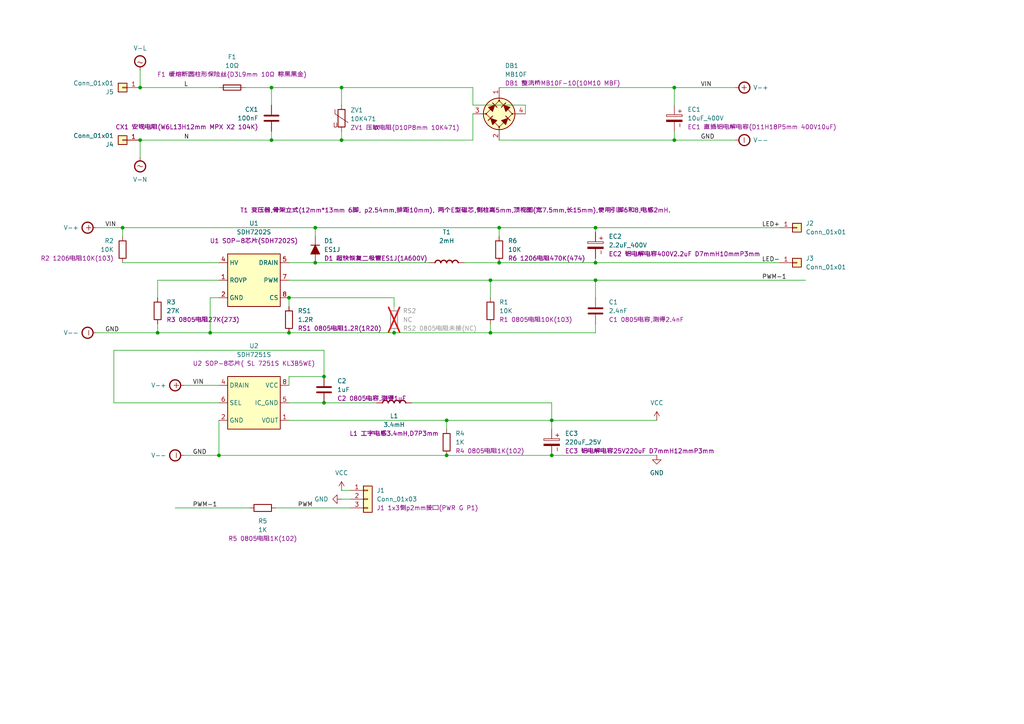
<source format=kicad_sch>
(kicad_sch (version 20250114) (generator "eeschema") (generator_version "9.0")
  (paper "A4")
  (lib_symbols
    (symbol "Connector_Generic:Conn_01x01" (pin_names (offset 1.016) (hide yes))
      (property "Reference" "J" (at 0 2.54 0))
      (property "Value" "Conn_01x01" (at 0 -2.54 0))
      (symbol "Conn_01x01_1_1"
        (rectangle (start -1.27 1.27) (end 1.27 -1.27) (stroke (width 0.254)) (fill (type background)))
        (rectangle (start -1.27 0.127) (end 0 -0.127) (stroke (width 0.1524)))
        (pin passive line (at -5.08 0 0) (length 3.81) (name "Pin_1") (number "1"))
      )
    )
    (symbol "Connector_Generic:Conn_01x03" (pin_names (offset 1.016) (hide yes))
      (property "Reference" "J" (at 0 5.08 0))
      (property "Value" "Conn_01x03" (at 0 -5.08 0))
      (symbol "Conn_01x03_1_1"
        (rectangle (start -1.27 3.81) (end 1.27 -3.81) (stroke (width 0.254)) (fill (type background)))
        (rectangle (start -1.27 2.667) (end 0 2.413) (stroke (width 0.1524)))
        (rectangle (start -1.27 0.127) (end 0 -0.127) (stroke (width 0.1524)))
        (rectangle (start -1.27 -2.413) (end 0 -2.667) (stroke (width 0.1524)))
        (pin passive line (at -5.08 2.54 0) (length 3.81) (name "Pin_1") (number "1"))
        (pin passive line (at -5.08 0 0) (length 3.81) (name "Pin_2") (number "2"))
        (pin passive line (at -5.08 -2.54 0) (length 3.81) (name "Pin_3") (number "3"))
      )
    )
    (symbol "Device:Fuse" (pin_numbers (hide yes)) (pin_names (offset 0))
      (property "Reference" "F" (at 2.032 0 90))
      (property "Value" "Fuse" (at -1.905 0 90))
      (symbol "Fuse_0_1"
        (rectangle (start -0.762 -2.54) (end 0.762 2.54) (stroke (width 0.254)))
        (polyline (pts (xy 0 2.54) (xy 0 -2.54)))
      )
      (symbol "Fuse_1_1"
        (pin passive line (at 0 3.81 270) (length 1.27) (name "~") (number "1"))
        (pin passive line (at 0 -3.81 90) (length 1.27) (name "~") (number "2"))
      )
    )
    (symbol "Device:Varistor" (pin_numbers (hide yes)) (pin_names (offset 0))
      (property "Reference" "RV" (at 3.175 0 90))
      (property "Value" "Varistor" (at -3.175 0 90))
      (symbol "Varistor_0_0"
        (text "U" (at -1.778 -2.032 0) (effects (font (size 1.27 1.27))))
      )
      (symbol "Varistor_0_1"
        (polyline (pts (xy -1.905 2.54) (xy -1.905 1.27) (xy 1.905 -1.27)))
        (rectangle (start -1.016 -2.54) (end 1.016 2.54) (stroke (width 0.254)))
      )
      (symbol "Varistor_1_1"
        (pin passive line (at 0 3.81 270) (length 1.27) (name "~") (number "1"))
        (pin passive line (at 0 -3.81 90) (length 1.27) (name "~") (number "2"))
      )
    )
    (symbol "Library:SDH7202S"
      (property "Reference" "U" (at 0 0 0))
      (property "Value" "SDH7202S" (at 0 0 0))
      (symbol "SDH7202S_0_1"
        (rectangle (start -7.62 7.62) (end 7.62 -7.62) (stroke (width 0.254)) (fill (type background)))
      )
      (symbol "SDH7202S_1_1"
        (pin power_in line (at -10.16 5.08 0) (length 2.54) (name "HV") (number "4"))
        (pin passive line (at -10.16 0 0) (length 2.54) (name "ROVP") (number "1"))
        (pin power_in line (at -10.16 -5.08 0) (length 2.54) (name "GND") (number "2"))
        (pin no_connect line (at -2.54 -2.54 0) (length 2.54) (hide yes) (name "NC") (number "3"))
        (pin no_connect line (at 2.54 -2.54 180) (length 2.54) (hide yes) (name "NC") (number "6"))
        (pin power_out line (at 10.16 5.08 180) (length 2.54) (name "DRAIN") (number "5"))
        (pin input line (at 10.16 0 180) (length 2.54) (name "PWM") (number "7"))
        (pin passive line (at 10.16 -5.08 180) (length 2.54) (name "CS") (number "8"))
      )
    )
    (symbol "PCM_Capacitor_AKL:C_0805" (pin_numbers (hide yes)) (pin_names (offset 0.254))
      (property "Reference" "C" (at 0.635 2.54 0))
      (property "Value" "C_0805" (at 0.635 -2.54 0))
      (symbol "C_0805_0_1"
        (polyline (pts (xy -2.032 0.762) (xy 2.032 0.762)) (stroke (width 0.508)))
        (polyline (pts (xy -2.032 -0.762) (xy 2.032 -0.762)) (stroke (width 0.508)))
      )
      (symbol "C_0805_0_2"
        (polyline (pts (xy -2.54 -2.54) (xy -0.381 -0.381)))
        (polyline (pts (xy -0.508 -0.508) (xy -1.651 0.635)) (stroke (width 0.508)))
        (polyline (pts (xy -0.508 -0.508) (xy 0.635 -1.651)) (stroke (width 0.508)))
        (polyline (pts (xy 0.381 0.381) (xy 2.54 2.54)))
        (polyline (pts (xy 0.508 0.508) (xy -0.635 1.651)) (stroke (width 0.508)))
        (polyline (pts (xy 0.508 0.508) (xy 1.651 -0.635)) (stroke (width 0.508)))
      )
      (symbol "C_0805_1_1"
        (pin passive line (at 0 3.81 270) (length 2.794) (name "~") (number "1"))
        (pin passive line (at 0 -3.81 90) (length 2.794) (name "~") (number "2"))
      )
      (symbol "C_0805_1_2"
        (pin passive line (at -2.54 -2.54 90) (length 0) (name "~") (number "2"))
        (pin passive line (at 2.54 2.54 270) (length 0) (name "~") (number "1"))
      )
    )
    (symbol "PCM_Capacitor_AKL:C_Rect_L13.0mm_W6.0mm_P10.00mm" (pin_numbers (hide yes)) (pin_names (offset 0.254))
      (property "Reference" "C" (at 0.635 2.54 0))
      (property "Value" "C_Rect_L13.0mm_W6.0mm_P10.00mm" (at 0.635 -2.54 0))
      (symbol "C_Rect_L13.0mm_W6.0mm_P10.00mm_0_1"
        (polyline (pts (xy -2.032 0.762) (xy 2.032 0.762)) (stroke (width 0.508)))
        (polyline (pts (xy -2.032 -0.762) (xy 2.032 -0.762)) (stroke (width 0.508)))
      )
      (symbol "C_Rect_L13.0mm_W6.0mm_P10.00mm_0_2"
        (polyline (pts (xy -2.54 -2.54) (xy -0.381 -0.381)))
        (polyline (pts (xy -0.508 -0.508) (xy -1.651 0.635)) (stroke (width 0.508)))
        (polyline (pts (xy -0.508 -0.508) (xy 0.635 -1.651)) (stroke (width 0.508)))
        (polyline (pts (xy 0.381 0.381) (xy 2.54 2.54)))
        (polyline (pts (xy 0.508 0.508) (xy -0.635 1.651)) (stroke (width 0.508)))
        (polyline (pts (xy 0.508 0.508) (xy 1.651 -0.635)) (stroke (width 0.508)))
      )
      (symbol "C_Rect_L13.0mm_W6.0mm_P10.00mm_1_1"
        (pin passive line (at 0 3.81 270) (length 2.794) (name "~") (number "1"))
        (pin passive line (at 0 -3.81 90) (length 2.794) (name "~") (number "2"))
      )
      (symbol "C_Rect_L13.0mm_W6.0mm_P10.00mm_1_2"
        (pin passive line (at -2.54 -2.54 90) (length 0) (name "~") (number "2"))
        (pin passive line (at 2.54 2.54 270) (length 0) (name "~") (number "1"))
      )
    )
    (symbol "PCM_Diode_AKL:ES1J" (pin_numbers (hide yes)) (pin_names (offset 1.016) (hide yes))
      (property "Reference" "D" (at 0 5.08 0))
      (property "Value" "ES1J" (at 0 2.54 0))
      (symbol "ES1J_0_1"
        (polyline (pts (xy -1.27 1.27) (xy -1.27 -1.27) (xy 1.27 0) (xy -1.27 1.27)) (stroke (width 0.254)) (fill (type outline)))
        (polyline (pts (xy -1.27 0) (xy 1.27 0)))
        (polyline (pts (xy 1.27 1.27) (xy 1.27 -1.27)) (stroke (width 0.254)))
      )
      (symbol "ES1J_0_2"
        (polyline (pts (xy -2.54 -2.54) (xy 2.54 2.54)))
        (polyline (pts (xy -0.889 -0.889) (xy -1.778 0) (xy 0.889 0.889) (xy 0 -1.778) (xy -0.889 -0.889)) (stroke (width 0.254)) (fill (type outline)))
        (polyline (pts (xy 0 1.778) (xy 1.778 0)) (stroke (width 0.254)))
      )
      (symbol "ES1J_1_1"
        (pin passive line (at -3.81 0 0) (length 2.54) (name "A") (number "2"))
        (pin passive line (at 3.81 0 180) (length 2.54) (name "K") (number "1"))
      )
      (symbol "ES1J_1_2"
        (pin passive line (at -2.54 -2.54 0) (length 0) (name "A") (number "2"))
        (pin passive line (at 2.54 2.54 180) (length 0) (name "K") (number "1"))
      )
    )
    (symbol "PCM_Diode_Bridge_AKL:MB10F" (pin_names (offset 1.016) (hide yes))
      (property "Reference" "D" (at 5.08 7.62 0))
      (property "Value" "MB10F" (at 5.08 5.08 0))
      (symbol "MB10F_0_1"
        (polyline (pts (xy -5.08 0) (xy -3.81 0)))
        (circle (center -3.81 0) (radius 0.1778) (fill (type outline)))
        (polyline (pts (xy -2.54 -1.27) (xy -1.905 -3.175) (xy -0.635 -1.905) (xy -2.54 -1.27)) (fill (type outline)))
        (polyline (pts (xy -1.905 3.175) (xy -0.635 1.905)) (stroke (width 0.254)))
        (polyline (pts (xy -1.905 -0.635) (xy -3.175 -1.905)) (stroke (width 0.254)))
        (polyline (pts (xy -1.27 2.54) (xy -1.905 0.635) (xy -3.175 1.905) (xy -1.27 2.54)) (fill (type outline)))
        (polyline (pts (xy 0 5.08) (xy 0 3.81)))
        (polyline (pts (xy 0 3.81) (xy -3.81 0) (xy 0 -3.81) (xy 3.81 0) (xy 0 3.81)))
        (circle (center 0 0) (radius 4.572) (stroke (width 0.254)) (fill (type background)))
        (polyline (pts (xy 0 -5.08) (xy 0 -3.81)))
        (polyline (pts (xy 1.27 2.54) (xy 3.175 1.905) (xy 1.905 0.635) (xy 1.27 2.54)) (fill (type outline)))
        (polyline (pts (xy 1.905 3.175) (xy 0.635 1.905)) (stroke (width 0.254)))
        (polyline (pts (xy 2.54 -1.27) (xy 0.635 -1.905) (xy 1.905 -3.175) (xy 2.54 -1.27)) (fill (type outline)))
        (polyline (pts (xy 3.175 -1.905) (xy 1.905 -0.635)) (stroke (width 0.254)))
        (polyline (pts (xy 5.08 0) (xy 3.81 0)))
      )
      (symbol "MB10F_1_1"
        (circle (center 0 3.81) (radius 0.1778) (fill (type outline)))
        (circle (center 0 -3.81) (radius 0.1778) (fill (type outline)))
        (circle (center 3.81 0) (radius 0.1778) (fill (type outline)))
        (pin passive line (at -7.62 0 0) (length 2.54) (name "1") (number "3"))
        (pin passive line (at 0 7.62 270) (length 2.54) (name "+") (number "1"))
        (pin passive line (at 0 -7.62 90) (length 2.54) (name "-") (number "2"))
        (pin passive line (at 7.62 0 180) (length 2.54) (name "2") (number "4"))
      )
    )
    (symbol "PCM_Elektuur:L" (pin_numbers (hide yes)) (pin_names (offset 0) (hide yes))
      (property "Reference" "L" (at 2.54 3.175 0))
      (property "Value" "L" (at 2.54 -3.175 0))
      (symbol "L_1_0"
        (arc (start 0 3.302) (mid 0.6604 2.5146) (end 0 1.7272) (stroke (width 0.254)))
        (arc (start 0 1.6256) (mid 0.6604 0.8382) (end 0 0.0508) (stroke (width 0.254)))
        (arc (start 0 -0.0508) (mid 0.6604 -0.8382) (end 0 -1.6256) (stroke (width 0.254)))
        (arc (start 0 -1.7272) (mid 0.6604 -2.5146) (end 0 -3.302) (stroke (width 0.254)))
        (arc (start 0 3.4036) (mid 0.762 2.5146) (end 0 1.6256) (stroke (width 0.254)))
        (arc (start 0 1.7272) (mid 0.762 0.8382) (end 0 -0.0508) (stroke (width 0.254)))
        (arc (start 0 0.0508) (mid 0.762 -0.8382) (end 0 -1.7272) (stroke (width 0.254)))
        (arc (start 0 -1.6256) (mid 0.762 -2.5146) (end 0 -3.4036) (stroke (width 0.254)))
        (polyline (pts (xy 0 3.5052) (xy 0 3.302)) (stroke (width 0.254)))
        (polyline (pts (xy 0 1.7272) (xy 0 1.6256)) (stroke (width 0.254)))
        (polyline (pts (xy 0 0.0508) (xy 0 -0.0508)) (stroke (width 0.254)))
        (polyline (pts (xy 0 -1.6256) (xy 0 -1.7272)) (stroke (width 0.254)))
        (polyline (pts (xy 0 -3.302) (xy 0 -3.5052)) (stroke (width 0.254)))
        (pin passive line (at 0 5.08 270) (length 1.5748) (name "+") (number "1"))
        (pin passive line (at 0 -5.08 90) (length 1.5748) (name "-") (number "2"))
      )
      (symbol "L_1_2"
        (rectangle (start 1.524 3.3782) (end 1.9812 -3.3782) (stroke (width 0.254)) (fill (type outline)))
      )
      (symbol "L_1_3"
        (rectangle (start 1.524 3.0988) (end 1.9812 1.9304) (stroke (width 0.254)) (fill (type outline)))
        (rectangle (start 1.524 1.4224) (end 1.9812 0.254) (stroke (width 0.254)) (fill (type outline)))
        (rectangle (start 1.524 -0.254) (end 1.9812 -1.4224) (stroke (width 0.254)) (fill (type outline)))
        (rectangle (start 1.524 -1.9304) (end 1.9812 -3.0988) (stroke (width 0.254)) (fill (type outline)))
      )
    )
    (symbol "PCM_Elektuur:V-+" (power) (pin_numbers (hide yes)) (pin_names (offset 1.27) (hide yes))
      (symbol "V-+_1_0"
        (pin power_in line (at 0 0 0) (length 0) (hide yes) (name "+") (number "0"))
      )
      (symbol "V-+_1_1"
        (polyline (pts (xy 0 -0.889) (xy 0 0)))
        (circle (center 0 -2.54) (radius 1.6002) (stroke (width 0.3556)))
        (text "+" (at 0 -2.3368 0) (effects (font (size 1.8542 1.8542))))
      )
      (symbol "V-+_1_2"
        (circle (center -2.54 0) (radius 1.6002) (stroke (width 0.3556)))
        (polyline (pts (xy -0.889 0) (xy 0 0)))
        (text "+" (at -2.54 0.2032 0) (effects (font (size 1.8542 1.8542))))
      )
    )
    (symbol "PCM_Elektuur:V--" (power) (pin_numbers (hide yes)) (pin_names (offset 1.27) (hide yes))
      (symbol "V--_1_0"
        (pin power_in line (at 0 0 0) (length 0) (hide yes) (name "-") (number "0"))
      )
      (symbol "V--_1_1"
        (polyline (pts (xy 0 -0.889) (xy 0 0)))
        (circle (center 0 -2.54) (radius 1.6002) (stroke (width 0.3556)))
        (text "-" (at 0 -2.3368 0) (effects (font (size 1.8542 1.8542))))
      )
      (symbol "V--_1_2"
        (circle (center -2.54 0) (radius 1.6002) (stroke (width 0.3556)))
        (polyline (pts (xy -0.889 0) (xy 0 0)))
        (text "-" (at -2.54 0.2032 0) (effects (font (size 1.8542 1.8542))))
      )
    )
    (symbol "PCM_Elektuur:V-L" (power) (pin_numbers (hide yes)) (pin_names (offset 1.27) (hide yes))
      (symbol "V-L_1_0"
        (pin power_in line (at 0 0 0) (length 0) (hide yes) (name "L") (number "0"))
      )
      (symbol "V-L_1_1"
        (polyline (pts (xy 0 -0.889) (xy 0 0)))
        (circle (center 0 -2.54) (radius 1.6002) (stroke (width 0.3556)))
        (text "∼" (at 0 -2.3368 0) (effects (font (size 1.8542 1.8542))))
      )
      (symbol "V-L_1_2"
        (circle (center -2.54 0) (radius 1.6002) (stroke (width 0.3556)))
        (polyline (pts (xy -0.889 0) (xy 0 0)))
        (text "∼" (at -2.54 0.2032 0) (effects (font (size 1.8542 1.8542))))
      )
    )
    (symbol "PCM_Elektuur:V-N" (power) (pin_numbers (hide yes)) (pin_names (offset 1.27) (hide yes))
      (symbol "V-N_1_0"
        (pin power_in line (at 0 0 0) (length 0) (hide yes) (name "N") (number "0"))
      )
      (symbol "V-N_1_1"
        (polyline (pts (xy 0 -0.889) (xy 0 0)))
        (circle (center 0 -2.54) (radius 1.6002) (stroke (width 0.3556)))
        (text "∼" (at 0 -2.3368 0) (effects (font (size 1.8542 1.8542))))
      )
      (symbol "V-N_1_2"
        (circle (center -2.54 0) (radius 1.6002) (stroke (width 0.3556)))
        (polyline (pts (xy -0.889 0) (xy 0 0)))
        (text "∼" (at -2.54 0.2032 0) (effects (font (size 1.8542 1.8542))))
      )
    )
    (symbol "PCM_Resistor_AKL:R_0805" (pin_numbers (hide yes)) (pin_names (offset 0))
      (property "Reference" "R" (at 2.54 1.27 0))
      (property "Value" "R_0805" (at 2.54 -1.27 0))
      (symbol "R_0805_0_1"
        (rectangle (start -1.016 2.54) (end 1.016 -2.54) (stroke (width 0.254)))
      )
      (symbol "R_0805_0_2"
        (polyline (pts (xy -2.54 -2.54) (xy -1.524 -1.524)))
        (polyline (pts (xy 1.524 1.524) (xy 2.54 2.54)))
        (polyline (pts (xy 1.524 1.524) (xy 0.889 2.159) (xy -2.159 -0.889) (xy -0.889 -2.159) (xy 2.159 0.889) (xy 1.524 1.524)) (stroke (width 0.254)))
      )
      (symbol "R_0805_1_1"
        (pin passive line (at 0 3.81 270) (length 1.27) (name "~") (number "1"))
        (pin passive line (at 0 -3.81 90) (length 1.27) (name "~") (number "2"))
      )
      (symbol "R_0805_1_2"
        (pin passive line (at -2.54 -2.54 0) (length 0) (name "") (number "2"))
        (pin passive line (at 2.54 2.54 180) (length 0) (name "") (number "1"))
      )
    )
    (symbol "PCM_Resistor_AKL:R_1206" (pin_numbers (hide yes)) (pin_names (offset 0))
      (property "Reference" "R" (at 2.54 1.27 0))
      (property "Value" "R_1206" (at 2.54 -1.27 0))
      (symbol "R_1206_0_1"
        (rectangle (start -1.016 2.54) (end 1.016 -2.54) (stroke (width 0.254)))
      )
      (symbol "R_1206_0_2"
        (polyline (pts (xy -2.54 -2.54) (xy -1.524 -1.524)))
        (polyline (pts (xy 1.524 1.524) (xy 2.54 2.54)))
        (polyline (pts (xy 1.524 1.524) (xy 0.889 2.159) (xy -2.159 -0.889) (xy -0.889 -2.159) (xy 2.159 0.889) (xy 1.524 1.524)) (stroke (width 0.254)))
      )
      (symbol "R_1206_1_1"
        (pin passive line (at 0 3.81 270) (length 1.27) (name "~") (number "1"))
        (pin passive line (at 0 -3.81 90) (length 1.27) (name "~") (number "2"))
      )
      (symbol "R_1206_1_2"
        (pin passive line (at -2.54 -2.54 0) (length 0) (name "") (number "2"))
        (pin passive line (at 2.54 2.54 180) (length 0) (name "") (number "1"))
      )
    )
    (symbol "PCM_SL_Capacitors:10uF_400V"
      (property "Reference" "C" (at 0 7.62 0))
      (property "Value" "10uF_400V" (at 0 5.08 0))
      (symbol "10uF_400V_0_0"
        (text "+" (at -2.032 1.524 0) (effects (font (size 1.27 1.27))))
        (text "-" (at 2.032 1.524 0) (effects (font (size 1.27 1.27))))
      )
      (symbol "10uF_400V_0_1"
        (rectangle (start -1.016 -2.286) (end -0.508 2.286))
        (rectangle (start 0.508 -2.286) (end 1.016 2.286) (fill (type outline)))
      )
      (symbol "10uF_400V_1_1"
        (pin passive line (at -3.81 0 0) (length 2.7) (name "~") (number "1"))
        (pin input line (at 3.81 0 180) (length 2.7) (name "~") (number "2"))
      )
    )
    (symbol "PCM_SL_Capacitors:2.2uF_400V"
      (property "Reference" "C" (at 0 7.62 0))
      (property "Value" "2.2uF_400V" (at 0 5.08 0))
      (symbol "2.2uF_400V_0_0"
        (text "+" (at -2.032 1.524 0) (effects (font (size 1.27 1.27))))
        (text "-" (at 2.032 1.524 0) (effects (font (size 1.27 1.27))))
      )
      (symbol "2.2uF_400V_0_1"
        (rectangle (start -1.016 -2.286) (end -0.508 2.286))
        (rectangle (start 0.508 -2.286) (end 1.016 2.286) (fill (type outline)))
      )
      (symbol "2.2uF_400V_1_1"
        (pin passive line (at -3.81 0 0) (length 2.7) (name "~") (number "1"))
        (pin input line (at 3.81 0 180) (length 2.7) (name "~") (number "2"))
      )
    )
    (symbol "PCM_SL_Capacitors:220uF_25V"
      (property "Reference" "C" (at 0 7.62 0))
      (property "Value" "220uF_25V" (at 0 5.08 0))
      (symbol "220uF_25V_0_0"
        (text "+" (at -2.032 1.524 0) (effects (font (size 1.27 1.27))))
        (text "-" (at 2.032 1.524 0) (effects (font (size 1.27 1.27))))
      )
      (symbol "220uF_25V_0_1"
        (rectangle (start -1.016 -2.286) (end -0.508 2.286))
        (rectangle (start 0.508 -2.286) (end 1.016 2.286) (fill (type outline)))
      )
      (symbol "220uF_25V_1_1"
        (pin passive line (at -3.81 0 0) (length 2.7) (name "~") (number "1"))
        (pin input line (at 3.81 0 180) (length 2.7) (name "~") (number "2"))
      )
    )
    (symbol "SDH7251S_1"
      (property "Reference" "U" (at 0 0 0))
      (property "Value" "SDH7251S" (at 0 0 0))
      (symbol "SDH7251S_1_0_1"
        (rectangle (start -7.62 7.62) (end 7.62 -7.62) (stroke (width 0.254)) (fill (type background)))
      )
      (symbol "SDH7251S_1_1_1"
        (pin power_in line (at -10.16 5.08 0) (length 2.54) (name "DRAIN") (number "4"))
        (pin input line (at -10.16 0 0) (length 2.54) (name "SEL") (number "6"))
        (pin power_in line (at -10.16 -5.08 0) (length 2.54) (name "GND") (number "2"))
        (pin no_connect line (at -5.08 -2.54 0) (length 2.54) (hide yes) (name "NC") (number "3"))
        (pin no_connect line (at -5.08 -2.54 0) (length 2.54) (hide yes) (name "NC") (number "7"))
        (pin passive line (at 10.16 5.08 180) (length 2.54) (name "VCC") (number "8"))
        (pin power_out line (at 10.16 0 180) (length 2.54) (name "IC_GND") (number "5"))
        (pin power_out line (at 10.16 -5.08 180) (length 2.54) (name "VOUT") (number "1"))
      )
    )
    (symbol "power:GND" (power) (pin_numbers (hide yes)) (pin_names (offset 0) (hide yes))
      (property "Value" "GND" (at 0 -3.81 0))
      (symbol "GND_0_1"
        (polyline (pts (xy 0 0) (xy 0 -1.27) (xy 1.27 -1.27) (xy 0 -2.54) (xy -1.27 -1.27) (xy 0 -1.27)))
      )
      (symbol "GND_1_1"
        (pin power_in line (at 0 0 270) (length 0) (name "~") (number "1"))
      )
    )
    (symbol "power:VCC" (power) (pin_numbers (hide yes)) (pin_names (offset 0) (hide yes))
      (property "Value" "VCC" (at 0 3.556 0))
      (symbol "VCC_0_1"
        (polyline (pts (xy -0.762 1.27) (xy 0 2.54)))
        (polyline (pts (xy 0 2.54) (xy 0.762 1.27)))
        (polyline (pts (xy 0 0) (xy 0 2.54)))
      )
      (symbol "VCC_1_1"
        (pin power_in line (at 0 0 90) (length 0) (name "~") (number "1"))
      )
    )
  )
  (junction (at 35.56 66.04))
  (junction (at 195.58 40.64))
  (junction (at 83.82 86.36))
  (junction (at 160.02 132.08))
  (junction (at 144.78 76.2))
  (junction (at 144.78 66.04))
  (junction (at 114.3 96.52))
  (junction (at 99.06 25.4))
  (junction (at 78.74 40.64))
  (junction (at 83.82 96.52))
  (junction (at 99.06 40.64))
  (junction (at 142.24 81.28))
  (junction (at 172.72 76.2))
  (junction (at 129.54 121.92))
  (junction (at 91.44 76.2))
  (junction (at 91.44 66.04))
  (junction (at 40.64 40.64))
  (junction (at 172.72 81.28))
  (junction (at 40.64 25.4))
  (junction (at 60.96 96.52))
  (junction (at 129.54 132.08))
  (junction (at 93.98 109.22))
  (junction (at 93.98 116.84))
  (junction (at 45.72 96.52))
  (junction (at 160.02 121.92))
  (junction (at 195.58 25.4))
  (junction (at 172.72 66.04))
  (junction (at 78.74 25.4))
  (junction (at 142.24 96.52))
  (junction (at 63.5 132.08))
  (wire (pts (xy 172.72 93.98) (xy 172.72 96.52)))
  (wire (pts (xy 129.54 132.08) (xy 160.02 132.08)))
  (wire (pts (xy 144.78 66.04) (xy 144.78 68.58)))
  (wire (pts (xy 129.54 121.92) (xy 129.54 124.46)))
  (wire (pts (xy 195.58 38.1) (xy 195.58 40.64)))
  (wire (pts (xy 78.74 25.4) (xy 78.74 30.48)))
  (wire (pts (xy 27.94 96.52) (xy 45.72 96.52)))
  (wire (pts (xy 35.56 66.04) (xy 91.44 66.04)))
  (wire (pts (xy 50.8 147.32) (xy 72.39 147.32)))
  (wire (pts (xy 83.82 81.28) (xy 142.24 81.28)))
  (wire (pts (xy 172.72 96.52) (xy 142.24 96.52)))
  (wire (pts (xy 45.72 81.28) (xy 45.72 86.36)))
  (wire (pts (xy 83.82 76.2) (xy 91.44 76.2)))
  (wire (pts (xy 233.68 81.28) (xy 172.72 81.28)))
  (wire (pts (xy 137.16 33.02) (xy 137.16 40.64)))
  (wire (pts (xy 152.4 30.48) (xy 152.4 33.02)))
  (wire (pts (xy 160.02 121.92) (xy 190.5 121.92)))
  (wire (pts (xy 33.02 116.84) (xy 63.5 116.84)))
  (wire (pts (xy 93.98 116.84) (xy 109.22 116.84)))
  (wire (pts (xy 99.06 40.64) (xy 137.16 40.64)))
  (wire (pts (xy 99.06 144.78) (xy 101.6 144.78)))
  (wire (pts (xy 35.56 68.58) (xy 35.56 66.04)))
  (wire (pts (xy 195.58 25.4) (xy 213.36 25.4)))
  (wire (pts (xy 134.62 76.2) (xy 144.78 76.2)))
  (wire (pts (xy 144.78 25.4) (xy 195.58 25.4)))
  (wire (pts (xy 80.01 147.32) (xy 101.6 147.32)))
  (wire (pts (xy 60.96 86.36) (xy 63.5 86.36)))
  (wire (pts (xy 137.16 30.48) (xy 152.4 30.48)))
  (wire (pts (xy 172.72 76.2) (xy 226.06 76.2)))
  (wire (pts (xy 172.72 74.93) (xy 172.72 76.2)))
  (wire (pts (xy 83.82 111.76) (xy 83.82 109.22)))
  (wire (pts (xy 83.82 121.92) (xy 129.54 121.92)))
  (wire (pts (xy 142.24 81.28) (xy 142.24 86.36)))
  (wire (pts (xy 144.78 40.64) (xy 195.58 40.64)))
  (wire (pts (xy 172.72 66.04) (xy 172.72 67.31)))
  (wire (pts (xy 144.78 76.2) (xy 172.72 76.2)))
  (wire (pts (xy 33.02 116.84) (xy 33.02 101.6)))
  (wire (pts (xy 142.24 81.28) (xy 172.72 81.28)))
  (wire (pts (xy 172.72 66.04) (xy 226.06 66.04)))
  (wire (pts (xy 35.56 76.2) (xy 63.5 76.2)))
  (wire (pts (xy 129.54 121.92) (xy 160.02 121.92)))
  (wire (pts (xy 45.72 96.52) (xy 60.96 96.52)))
  (wire (pts (xy 40.64 40.64) (xy 78.74 40.64)))
  (wire (pts (xy 63.5 132.08) (xy 129.54 132.08)))
  (wire (pts (xy 83.82 86.36) (xy 114.3 86.36)))
  (wire (pts (xy 99.06 142.24) (xy 101.6 142.24)))
  (wire (pts (xy 83.82 109.22) (xy 93.98 109.22)))
  (wire (pts (xy 83.82 86.36) (xy 83.82 88.9)))
  (wire (pts (xy 91.44 66.04) (xy 91.44 68.58)))
  (wire (pts (xy 160.02 121.92) (xy 160.02 124.46)))
  (wire (pts (xy 83.82 116.84) (xy 93.98 116.84)))
  (wire (pts (xy 27.94 66.04) (xy 35.56 66.04)))
  (wire (pts (xy 53.34 132.08) (xy 63.5 132.08)))
  (wire (pts (xy 63.5 121.92) (xy 63.5 132.08)))
  (wire (pts (xy 99.06 38.1) (xy 99.06 40.64)))
  (wire (pts (xy 99.06 25.4) (xy 137.16 25.4)))
  (wire (pts (xy 160.02 132.08) (xy 190.5 132.08)))
  (wire (pts (xy 142.24 93.98) (xy 142.24 96.52)))
  (wire (pts (xy 114.3 86.36) (xy 114.3 88.9)))
  (wire (pts (xy 160.02 116.84) (xy 119.38 116.84)))
  (wire (pts (xy 195.58 25.4) (xy 195.58 30.48)))
  (wire (pts (xy 91.44 66.04) (xy 144.78 66.04)))
  (wire (pts (xy 99.06 25.4) (xy 99.06 30.48)))
  (wire (pts (xy 93.98 101.6) (xy 93.98 109.22)))
  (wire (pts (xy 53.34 111.76) (xy 63.5 111.76)))
  (wire (pts (xy 91.44 76.2) (xy 124.46 76.2)))
  (wire (pts (xy 78.74 38.1) (xy 78.74 40.64)))
  (wire (pts (xy 78.74 40.64) (xy 99.06 40.64)))
  (wire (pts (xy 83.82 96.52) (xy 60.96 96.52)))
  (wire (pts (xy 45.72 93.98) (xy 45.72 96.52)))
  (wire (pts (xy 144.78 66.04) (xy 172.72 66.04)))
  (wire (pts (xy 40.64 25.4) (xy 63.5 25.4)))
  (wire (pts (xy 160.02 116.84) (xy 160.02 121.92)))
  (wire (pts (xy 60.96 86.36) (xy 60.96 96.52)))
  (wire (pts (xy 83.82 96.52) (xy 114.3 96.52)))
  (wire (pts (xy 40.64 20.32) (xy 40.64 25.4)))
  (wire (pts (xy 137.16 25.4) (xy 137.16 30.48)))
  (wire (pts (xy 40.64 45.72) (xy 40.64 40.64)))
  (wire (pts (xy 172.72 81.28) (xy 172.72 86.36)))
  (wire (pts (xy 33.02 101.6) (xy 93.98 101.6)))
  (wire (pts (xy 142.24 96.52) (xy 114.3 96.52)))
  (wire (pts (xy 63.5 81.28) (xy 45.72 81.28)))
  (wire (pts (xy 195.58 40.64) (xy 213.36 40.64)))
  (wire (pts (xy 78.74 25.4) (xy 99.06 25.4)))
  (wire (pts (xy 71.12 25.4) (xy 78.74 25.4)))
  (label "VIN" (at 30.48 66.04 0))
  (label "PWM" (at 86.36 147.32 0))
  (label "L" (at 53.34 25.4 0))
  (label "LED-" (at 220.98 76.2 0))
  (label "GND" (at 203.2 40.64 0))
  (label "GND" (at 55.88 132.08 0))
  (label "N" (at 53.34 40.64 0))
  (label "LED+" (at 220.98 66.04 0))
  (label "PWM-1" (at 55.88 147.32 0))
  (label "PWM-1" (at 220.98 81.28 0))
  (label "GND" (at 30.48 96.52 0))
  (label "VIN" (at 203.2 25.4 0))
  (label "VIN" (at 55.88 111.76 0))
  (symbol (lib_id "power:VCC") (at 190.5 121.92 0) (unit 1)
    (property "Reference" "#PWR010" (effects (hide yes)))
    (property "Value" "VCC" (at 190.5 116.84 0))
    (property "Description" "Power symbol creates a global label with name \"VCC\"" (effects (hide yes)))
  )
  (symbol (lib_id "PCM_SL_Capacitors:220uF_25V") (at 160.02 128.27 270) (unit 1)
    (property "Reference" "EC3" (at 163.83 125.7299 90) (effects (justify left)))
    (property "Value" "220uF_25V" (at 163.83 128.2699 90) (effects (justify left)))
    (property "Footprint" "Capacitor_THT:CP_Radial_D6.3mm_P2.50mm" (effects (hide yes)))
    (property "Description" "220uF, 25V Electrolytic Capacitor" (effects (hide yes)))
    (property "MS" "EC3 铝电解电容25V220uF D7mmH12mmP3mm" (at 163.83 130.8099 90) (effects (justify left)))
  )
  (symbol (lib_id "PCM_Resistor_AKL:R_0805") (at 114.3 92.71 0) (unit 1) (dnp yes)
    (property "Reference" "RS2" (at 116.84 90.1699 0) (effects (justify left)))
    (property "Value" "NC" (at 116.84 92.7099 0) (effects (justify left)))
    (property "Footprint" "PCM_Resistor_SMD_AKL:R_0805_2012Metric" (effects (hide yes)))
    (property "Description" "SMD 0805 Chip Resistor, European Symbol, Alternate KiCad Library" (effects (hide yes)))
    (property "MS" "RS2 0805电阻未接(NC)" (at 116.84 95.2499 0) (effects (justify left)))
  )
  (symbol (lib_id "PCM_Elektuur:V--") (at 53.34 132.08 270) (unit 1)
    (property "Reference" "#PWR08" (effects (hide yes)))
    (property "Value" "V--" (at 48.26 132.0799 90) (effects (justify right)))
    (property "Description" "negative potential/voltage (global DC power supply node/conductor -)" (effects (hide yes)))
  )
  (symbol (lib_id "Library:SDH7202S") (at 73.66 81.28 0) (unit 1)
    (property "Reference" "U1" (at 73.66 64.77 0))
    (property "Value" "SDH7202S" (at 73.66 67.31 0))
    (property "Footprint" "Package_SO:SOP-8_3.9x4.9mm_P1.27mm" (effects (hide yes)))
    (property "Datasheet" "https://www.silan.com.cn/index.php/product/details/2341.html" (effects (hide yes)))
    (property "Description" "SOP-8 LED驱动 1%-100%的调光范围 ±5%输出电流精度 PWM调光" (effects (hide yes)))
    (property "MS" "U1 SOP-8芯片(SDH7202S)" (at 73.66 69.85 0))
  )
  (symbol (lib_id "PCM_SL_Capacitors:2.2uF_400V") (at 172.72 71.12 270) (unit 1)
    (property "Reference" "EC2" (at 176.53 68.5799 90) (effects (justify left)))
    (property "Value" "2.2uF_400V" (at 176.53 71.1199 90) (effects (justify left)))
    (property "Footprint" "Capacitor_THT:CP_Radial_D6.3mm_P2.50mm" (effects (hide yes)))
    (property "Description" "2.2uF, 400V Electrolytic Capacitor" (effects (hide yes)))
    (property "MS" "EC2 铝电解电容400V2.2uF D7mmH10mmP3mm" (at 176.53 73.6599 90) (effects (justify left)))
  )
  (symbol (lib_id "PCM_Resistor_AKL:R_0805") (at 129.54 128.27 0) (unit 1)
    (property "Reference" "R4" (at 132.08 125.7299 0) (effects (justify left)))
    (property "Value" "1K" (at 132.08 128.2699 0) (effects (justify left)))
    (property "Footprint" "PCM_Resistor_SMD_AKL:R_0805_2012Metric" (effects (hide yes)))
    (property "Description" "SMD 0805 Chip Resistor, European Symbol, Alternate KiCad Library" (effects (hide yes)))
    (property "MS" "R4 0805电阻1K(102)" (at 132.08 130.8099 0) (effects (justify left)))
  )
  (symbol (lib_id "PCM_Resistor_AKL:R_0805") (at 76.2 147.32 270) (unit 1)
    (property "Reference" "R5" (at 76.2 151.13 90))
    (property "Value" "1K" (at 76.2 153.67 90))
    (property "Footprint" "PCM_Resistor_SMD_AKL:R_0805_2012Metric" (effects (hide yes)))
    (property "Description" "SMD 0805 Chip Resistor, European Symbol, Alternate KiCad Library" (effects (hide yes)))
    (property "MS" "R5 0805电阻1K(102)" (at 76.2 156.21 90))
  )
  (symbol (lib_name "SDH7251S_1") (lib_id "Library:SDH7251S") (at 73.66 116.84 0) (unit 1)
    (property "Reference" "U2" (at 73.66 100.33 0))
    (property "Value" "SDH7251S" (at 73.66 102.87 0))
    (property "Footprint" "Package_SO:SOP-8_3.9x4.9mm_P1.27mm" (effects (hide yes)))
    (property "Datasheet" "https://www.silan.com.cn/index.php/product/details/2416.html" (effects (hide yes)))
    (property "Description" "SOP-8 PWM功率开关 85Vac~265Vac全电压输入 低待机功耗<20mW 3.3V或5V输出电压可选" (effects (hide yes)))
    (property "MS" "U2 SOP-8芯片( SL 7251S KL3B5WE)" (at 73.66 105.41 0))
  )
  (symbol (lib_id "PCM_Elektuur:V--") (at 213.36 40.64 90) (unit 1)
    (property "Reference" "#PWR04" (effects (hide yes)))
    (property "Value" "V--" (at 218.44 40.6399 90) (effects (justify right)))
    (property "Description" "negative potential/voltage (global DC power supply node/conductor -)" (effects (hide yes)))
  )
  (symbol (lib_id "PCM_SL_Capacitors:10uF_400V") (at 195.58 34.29 270) (unit 1)
    (property "Reference" "EC1" (at 199.39 31.7499 90) (effects (justify left)))
    (property "Value" "10uF_400V" (at 199.39 34.2899 90) (effects (justify left)))
    (property "Footprint" "Capacitor_THT:CP_Radial_D10.0mm_P5.00mm" (effects (hide yes)))
    (property "Description" "10uF, 400V Electrolytic Capacitor" (effects (hide yes)))
    (property "MS" "EC1 直插铝电解电容(D11H18P5mm 400V10uF)" (at 199.39 36.8299 90) (effects (justify left)))
  )
  (symbol (lib_id "PCM_Capacitor_AKL:C_0805") (at 172.72 90.17 0) (unit 1)
    (property "Reference" "C1" (at 176.53 87.6299 0) (effects (justify left)))
    (property "Value" "2.4nF" (at 176.53 90.1699 0) (effects (justify left)))
    (property "Footprint" "PCM_Capacitor_SMD_AKL:C_0805_2012Metric" (effects (hide yes)))
    (property "Description" "SMD 0805 MLCC capacitor, Alternate KiCad Library" (effects (hide yes)))
    (property "MS" "C1 0805电容,测得2.4nF" (at 176.53 92.7099 0) (effects (justify left)))
  )
  (symbol (lib_id "PCM_Resistor_AKL:R_0805") (at 45.72 90.17 0) (unit 1)
    (property "Reference" "R3" (at 48.26 87.6299 0) (effects (justify left)))
    (property "Value" "27K" (at 48.26 90.1699 0) (effects (justify left)))
    (property "Footprint" "PCM_Resistor_SMD_AKL:R_0805_2012Metric" (effects (hide yes)))
    (property "Description" "SMD 0805 Chip Resistor, European Symbol, Alternate KiCad Library" (effects (hide yes)))
    (property "MS" "R3 0805电阻27K(273)" (at 48.26 92.7099 0) (effects (justify left)))
  )
  (symbol (lib_id "PCM_Elektuur:L") (at 114.3 116.84 90) (unit 1)
    (property "Reference" "L1" (at 114.3 120.65 90))
    (property "Value" "3.4mH" (at 114.3 123.19 90))
    (property "Footprint" "Inductor_THT:L_Radial_D7.0mm_P3.00mm" (effects (hide yes)))
    (property "Description" "coil/winding/inductor/choke/reactor" (effects (hide yes)))
    (property "Indicator" "●" (effects (hide yes)))
    (property "Rating" "A" (effects (hide yes)))
    (property "MS" "L1 工字电感3.4mH,D7P3mm" (at 114.3 125.73 90))
  )
  (symbol (lib_id "PCM_Elektuur:L") (at 129.54 76.2 90) (unit 1)
    (property "Reference" "T1" (at 129.54 67.31 90))
    (property "Value" "2mH" (at 129.54 69.85 90))
    (property "Footprint" "Library:DIP-8_TEE5" (effects (hide yes)))
    (property "Description" "coil/winding/inductor/choke/reactor" (effects (hide yes)))
    (property "Indicator" "●" (effects (hide yes)))
    (property "Rating" "A" (effects (hide yes)))
    (property "MS" "T1 变压器,骨架立式(12mm*13mm 6脚, p2.54mm,排距10mm), 两个E型磁芯,侧柱高5mm,顶视图(宽7.5mm,长15mm),使用引脚6和8,电感2mH." (at 132.08 60.96 90))
  )
  (symbol (lib_id "Device:Varistor") (at 99.06 34.29 0) (unit 1)
    (property "Reference" "ZV1" (at 101.6 31.9432 0) (effects (justify left)))
    (property "Value" "10K471" (at 101.6 34.4832 0) (effects (justify left)))
    (property "Footprint" "Varistor:RV_Disc_D12mm_W4.2mm_P7.5mm" (effects (hide yes)))
    (property "Description" "Voltage dependent resistor" (effects (hide yes)))
    (property "Sim.Name" "kicad_builtin_varistor" (effects (hide yes)))
    (property "Sim.Device" "SUBCKT" (effects (hide yes)))
    (property "Sim.Pins" "1=A 2=B" (effects (hide yes)))
    (property "Sim.Params" "threshold=1k" (effects (hide yes)))
    (property "Sim.Library" "${KICAD9_SYMBOL_DIR}/Simulation_SPICE.sp" (effects (hide yes)))
    (property "MS" "ZV1 压敏电阻(D10P8mm 10K471)" (at 101.6 37.0232 0) (effects (justify left)))
  )
  (symbol (lib_id "Connector_Generic:Conn_01x01") (at 35.56 25.4 180) (unit 1)
    (property "Reference" "J5" (at 33.02 26.6701 0) (effects (justify left)))
    (property "Value" "Conn_01x01" (at 33.02 24.1301 0) (effects (justify left)))
    (property "Footprint" "Connector_PinHeader_1.00mm:PinHeader_1x01_P1.00mm_Vertical" (effects (hide yes)))
    (property "Description" "Generic connector, single row, 01x01, script generated (kicad-library-utils/schlib/autogen/connector/)" (effects (hide yes)))
  )
  (symbol (lib_id "PCM_Elektuur:V-+") (at 27.94 66.04 270) (unit 1)
    (property "Reference" "#PWR05" (effects (hide yes)))
    (property "Value" "V-+" (at 22.86 66.0399 90) (effects (justify right)))
    (property "Description" "positive potential/voltage (global DC power supply node/conductor +)" (effects (hide yes)))
  )
  (symbol (lib_id "PCM_Elektuur:V--") (at 27.94 96.52 270) (unit 1)
    (property "Reference" "#PWR06" (effects (hide yes)))
    (property "Value" "V--" (at 22.86 96.5199 90) (effects (justify right)))
    (property "Description" "negative potential/voltage (global DC power supply node/conductor -)" (effects (hide yes)))
  )
  (symbol (lib_id "power:GND") (at 99.06 144.78 270) (unit 1)
    (property "Reference" "#PWR012" (effects (hide yes)))
    (property "Value" "GND" (at 95.25 144.7799 90) (effects (justify right)))
    (property "Description" "Power symbol creates a global label with name \"GND\" , ground" (effects (hide yes)))
  )
  (symbol (lib_id "Connector_Generic:Conn_01x01") (at 231.14 66.04 0) (unit 1)
    (property "Reference" "J2" (at 233.68 64.7699 0) (effects (justify left)))
    (property "Value" "Conn_01x01" (at 233.68 67.3099 0) (effects (justify left)))
    (property "Footprint" "Connector_PinHeader_1.00mm:PinHeader_1x01_P1.00mm_Vertical" (effects (hide yes)))
    (property "Description" "Generic connector, single row, 01x01, script generated (kicad-library-utils/schlib/autogen/connector/)" (effects (hide yes)))
  )
  (symbol (lib_id "PCM_Resistor_AKL:R_1206") (at 35.56 72.39 0) (unit 1)
    (property "Reference" "R2" (at 33.02 69.8499 0) (effects (justify right)))
    (property "Value" "10K" (at 33.02 72.3899 0) (effects (justify right)))
    (property "Footprint" "PCM_Resistor_SMD_AKL:R_1206_3216Metric" (effects (hide yes)))
    (property "Description" "SMD 1206 Chip Resistor, European Symbol, Alternate KiCad Library" (effects (hide yes)))
    (property "MS" "R2 1206电阻10K(103)" (at 33.02 74.9299 0) (effects (justify right)))
  )
  (symbol (lib_id "PCM_Elektuur:V-+") (at 213.36 25.4 90) (unit 1)
    (property "Reference" "#PWR03" (effects (hide yes)))
    (property "Value" "V-+" (at 218.44 25.3999 90) (effects (justify right)))
    (property "Description" "positive potential/voltage (global DC power supply node/conductor +)" (effects (hide yes)))
  )
  (symbol (lib_id "PCM_Capacitor_AKL:C_Rect_L13.0mm_W6.0mm_P10.00mm") (at 78.74 34.29 0) (unit 1)
    (property "Reference" "CX1" (at 74.93 31.7499 0) (effects (justify right)))
    (property "Value" "100nF" (at 74.93 34.2899 0) (effects (justify right)))
    (property "Footprint" "PCM_Capacitor_THT_AKL:C_Rect_L13.0mm_W6.0mm_P10.00mm_FKS3_FKP3_MKS4" (effects (hide yes)))
    (property "Description" "THT Rectangular Film Capacitor, 13.0mm Length, 6.0mm Width, 10.00mm Pitch, Alternate KiCad Library" (effects (hide yes)))
    (property "MS" "CX1 安规电阻(W6L13H12mm MPX X2 104K)" (at 74.93 36.8299 0) (effects (justify right)))
  )
  (symbol (lib_id "PCM_Capacitor_AKL:C_0805") (at 93.98 113.03 0) (unit 1)
    (property "Reference" "C2" (at 97.79 110.4899 0) (effects (justify left)))
    (property "Value" "1uF" (at 97.79 113.0299 0) (effects (justify left)))
    (property "Footprint" "PCM_Capacitor_SMD_AKL:C_0805_2012Metric" (effects (hide yes)))
    (property "Description" "SMD 0805 MLCC capacitor, Alternate KiCad Library" (effects (hide yes)))
    (property "MS" "C2 0805电容,测得1uF" (at 97.79 115.5699 0) (effects (justify left)))
  )
  (symbol (lib_id "Connector_Generic:Conn_01x01") (at 231.14 76.2 0) (unit 1)
    (property "Reference" "J3" (at 233.68 74.9299 0) (effects (justify left)))
    (property "Value" "Conn_01x01" (at 233.68 77.4699 0) (effects (justify left)))
    (property "Footprint" "Connector_PinHeader_1.00mm:PinHeader_1x01_P1.00mm_Vertical" (effects (hide yes)))
    (property "Description" "Generic connector, single row, 01x01, script generated (kicad-library-utils/schlib/autogen/connector/)" (effects (hide yes)))
  )
  (symbol (lib_id "Connector_Generic:Conn_01x03") (at 106.68 144.78 0) (unit 1)
    (property "Reference" "J1" (at 109.22 142.2399 0) (effects (justify left)))
    (property "Value" "Conn_01x03" (at 109.22 144.7799 0) (effects (justify left)))
    (property "Footprint" "Connector_PinHeader_2.00mm:PinHeader_1x03_P2.00mm_Vertical" (effects (hide yes)))
    (property "Description" "Generic connector, single row, 01x03, script generated (kicad-library-utils/schlib/autogen/connector/)" (effects (hide yes)))
    (property "MS" "J1 1x3侧p2mm接口(PWR G P1)" (at 109.22 147.3199 0) (effects (justify left)))
  )
  (symbol (lib_id "Connector_Generic:Conn_01x01") (at 35.56 40.64 180) (unit 1)
    (property "Reference" "J4" (at 33.02 41.9101 0) (effects (justify left)))
    (property "Value" "Conn_01x01" (at 33.02 39.3701 0) (effects (justify left)))
    (property "Footprint" "Connector_PinHeader_1.00mm:PinHeader_1x01_P1.00mm_Vertical" (effects (hide yes)))
    (property "Description" "Generic connector, single row, 01x01, script generated (kicad-library-utils/schlib/autogen/connector/)" (effects (hide yes)))
  )
  (symbol (lib_id "PCM_Resistor_AKL:R_0805") (at 83.82 92.71 0) (unit 1)
    (property "Reference" "RS1" (at 86.36 90.1699 0) (effects (justify left)))
    (property "Value" "1.2R" (at 86.36 92.7099 0) (effects (justify left)))
    (property "Footprint" "PCM_Resistor_SMD_AKL:R_0805_2012Metric" (effects (hide yes)))
    (property "Description" "SMD 0805 Chip Resistor, European Symbol, Alternate KiCad Library" (effects (hide yes)))
    (property "MS" "RS1 0805电阻1.2R(1R20)" (at 86.36 95.2499 0) (effects (justify left)))
  )
  (symbol (lib_id "PCM_Elektuur:V-N") (at 40.64 45.72 0) (unit 1)
    (property "Reference" "#PWR02" (effects (hide yes)))
    (property "Value" "V-N" (at 40.64 52.07 0))
    (property "Description" "neutral potential/voltage (global AC power neutral node/conductor N)" (effects (hide yes)))
  )
  (symbol (lib_id "PCM_Elektuur:V-+") (at 53.34 111.76 270) (unit 1)
    (property "Reference" "#PWR07" (effects (hide yes)))
    (property "Value" "V-+" (at 48.26 111.7599 90) (effects (justify right)))
    (property "Description" "positive potential/voltage (global DC power supply node/conductor +)" (effects (hide yes)))
  )
  (symbol (lib_id "Device:Fuse") (at 67.31 25.4 90) (unit 1)
    (property "Reference" "F1" (at 67.31 16.51 90))
    (property "Value" "10Ω" (at 67.31 19.05 90))
    (property "Footprint" "Library:Fuse_L10xD3mm" (effects (hide yes)))
    (property "Description" "Fuse" (effects (hide yes)))
    (property "MS" "F1 缓熔断圆柱形保险丝(D3L9mm 10Ω 粽黑黑金)" (at 67.31 21.59 90))
  )
  (symbol (lib_id "PCM_Diode_AKL:ES1J") (at 91.44 72.39 90) (unit 1)
    (property "Reference" "D1" (at 93.98 69.8499 90) (effects (justify right)))
    (property "Value" "ES1J" (at 93.98 72.3899 90) (effects (justify right)))
    (property "Footprint" "PCM_Diode_SMD_AKL:D_SMA" (effects (hide yes)))
    (property "Datasheet" "https://www.tme.eu/Document/2e966c9aeadd1dd81b361923a90daea4/es1a.pdf" (effects (hide yes)))
    (property "Description" "SMA Diode, Ultrafast Rectifier, 600V, 1A, 35ns, Alternate KiCad Library" (effects (hide yes)))
    (property "MS" "D1 超快恢复二极管ES1J(1A600V)" (at 93.98 74.9299 90) (effects (justify right)))
  )
  (symbol (lib_id "PCM_Resistor_AKL:R_1206") (at 144.78 72.39 0) (unit 1)
    (property "Reference" "R6" (at 147.32 69.8499 0) (effects (justify left)))
    (property "Value" "10K" (at 147.32 72.3899 0) (effects (justify left)))
    (property "Footprint" "PCM_Resistor_SMD_AKL:R_1206_3216Metric" (effects (hide yes)))
    (property "Description" "SMD 1206 Chip Resistor, European Symbol, Alternate KiCad Library" (effects (hide yes)))
    (property "MS" "R6 1206电阻470K(474)" (at 147.32 74.9299 0) (effects (justify left)))
  )
  (symbol (lib_id "power:VCC") (at 99.06 142.24 0) (unit 1)
    (property "Reference" "#PWR011" (effects (hide yes)))
    (property "Value" "VCC" (at 99.06 137.16 0))
    (property "Description" "Power symbol creates a global label with name \"VCC\"" (effects (hide yes)))
  )
  (symbol (lib_id "power:GND") (at 190.5 132.08 0) (unit 1)
    (property "Reference" "#PWR09" (effects (hide yes)))
    (property "Value" "GND" (at 190.5 137.16 0))
    (property "Description" "Power symbol creates a global label with name \"GND\" , ground" (effects (hide yes)))
  )
  (symbol (lib_id "PCM_Diode_Bridge_AKL:MB10F") (at 144.78 33.02 0) (unit 1)
    (property "Reference" "DB1" (at 146.4311 19.05 0) (effects (justify left)))
    (property "Value" "MB10F" (at 146.4311 21.59 0) (effects (justify left)))
    (property "Footprint" "PCM_Diode_SMD_AKL:Diode_Bridge_MBF" (effects (hide yes)))
    (property "Datasheet" "https://www.tme.eu/Document/4cfd2903510a87ef03af3a5e6ab3e5bb/MB05F_SER.pdf" (effects (hide yes)))
    (property "Description" "0.8A, 1000V, SMD Diode bridge, Alternate KiCAD Library" (effects (hide yes)))
    (property "抄板1" "https://item.szlcsc.com/828989.html?fromZone=s_s__%2522MB10F-10%2522&spm=sc.gbn.xh3.zy.n___sc.gbn.hd.ss&lcsc_vid=RVdZVgBSQ1UPVFwHFlFdX11XRQBXVwdTFlhXUVQDEVAxVlNST1ZdXlNRQ1lcVDsOAxUeFF5JWBIBSRccGwIdBEoFGAxBAAgJFQACSQwSGg0%3D" (effects (hide yes)))
    (property "MS" "DB1 整流桥MB10F-10(10M10 MBF)" (at 146.4311 24.13 0) (effects (justify left)))
  )
  (symbol (lib_id "PCM_Elektuur:V-L") (at 40.64 20.32 180) (unit 1)
    (property "Reference" "#PWR01" (effects (hide yes)))
    (property "Value" "V-L" (at 40.64 13.97 0))
    (property "Description" "line potential/voltage (global AC power line node/conductor L)" (effects (hide yes)))
  )
  (symbol (lib_id "PCM_Resistor_AKL:R_0805") (at 142.24 90.17 0) (unit 1)
    (property "Reference" "R1" (at 144.78 87.6299 0) (effects (justify left)))
    (property "Value" "10K" (at 144.78 90.1699 0) (effects (justify left)))
    (property "Footprint" "PCM_Resistor_SMD_AKL:R_0805_2012Metric" (effects (hide yes)))
    (property "Description" "SMD 0805 Chip Resistor, European Symbol, Alternate KiCad Library" (effects (hide yes)))
    (property "MS" "R1 0805电阻10K(103)" (at 144.78 92.7099 0) (effects (justify left)))
  )
)
</source>
